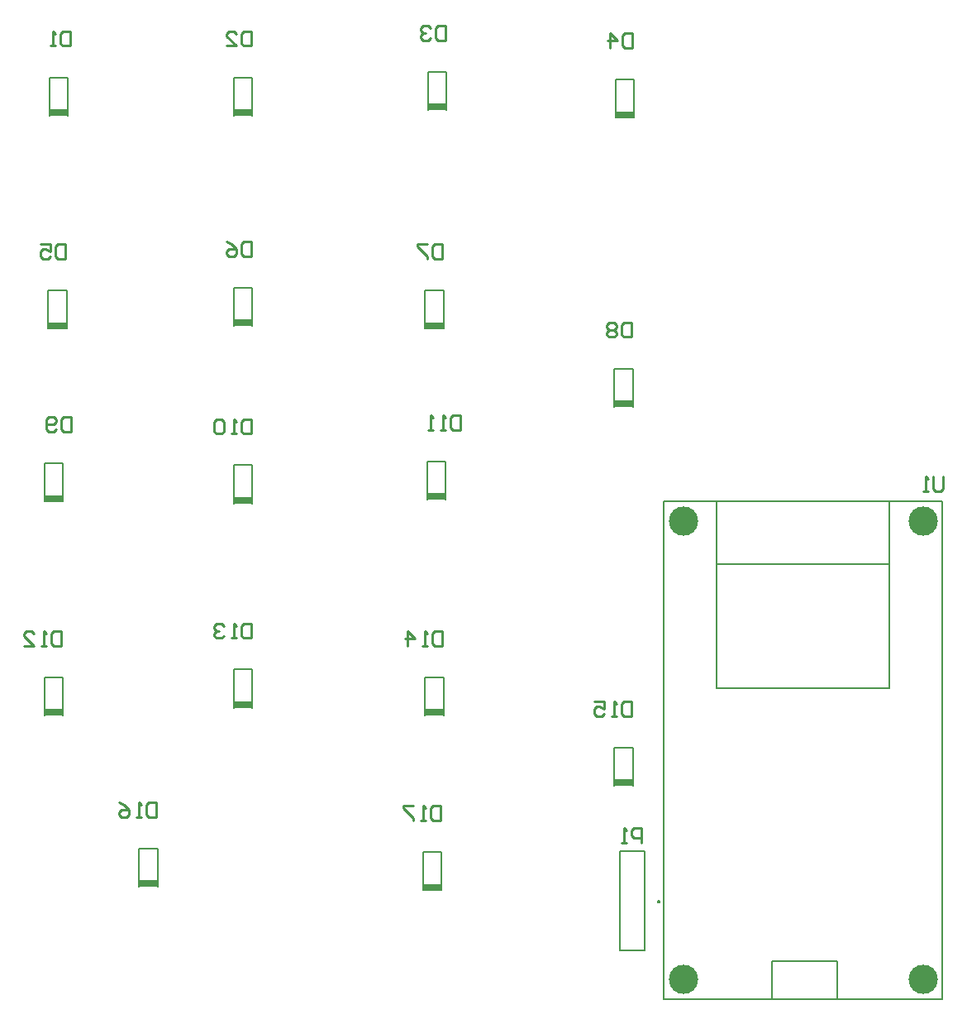
<source format=gbo>
%FSTAX23Y23*%
%MOIN*%
%SFA1B1*%

%IPPOS*%
%ADD12C,0.007874*%
%ADD15C,0.010000*%
%ADD40C,0.118110*%
%ADD41C,0.005000*%
%ADD42R,0.074803X0.031496*%
%ADD43R,0.074803X0.031496*%
%ADD44R,0.074803X0.031500*%
%LNpcb1-1*%
%LPD*%
G54D12*
X03505Y01164D02*
D01*
X03505Y01165*
X03505Y01165*
X03505Y01165*
X03505Y01165*
X03505Y01166*
X03505Y01166*
X03505Y01166*
X03505Y01166*
X03505Y01167*
X03504Y01167*
X03504Y01167*
X03504Y01167*
X03504Y01167*
X03504Y01168*
X03503Y01168*
X03503Y01168*
X03503Y01168*
X03503Y01168*
X03502Y01168*
X03502Y01168*
X03502Y01168*
X03502Y01168*
X03501*
X03501Y01168*
X03501Y01168*
X03501Y01168*
X035Y01168*
X035Y01168*
X035Y01168*
X035Y01168*
X03499Y01168*
X03499Y01167*
X03499Y01167*
X03499Y01167*
X03498Y01167*
X03498Y01167*
X03498Y01166*
X03498Y01166*
X03498Y01166*
X03498Y01166*
X03498Y01165*
X03498Y01165*
X03498Y01165*
X03498Y01165*
X03498Y01164*
X03498Y01164*
X03498Y01164*
X03498Y01163*
X03498Y01163*
X03498Y01163*
X03498Y01163*
X03498Y01162*
X03498Y01162*
X03498Y01162*
X03498Y01162*
X03499Y01162*
X03499Y01161*
X03499Y01161*
X03499Y01161*
X035Y01161*
X035Y01161*
X035Y01161*
X035Y01161*
X03501Y0116*
X03501Y0116*
X03501Y0116*
X03501Y0116*
X03502*
X03502Y0116*
X03502Y0116*
X03502Y0116*
X03503Y01161*
X03503Y01161*
X03503Y01161*
X03503Y01161*
X03504Y01161*
X03504Y01161*
X03504Y01161*
X03504Y01162*
X03504Y01162*
X03505Y01162*
X03505Y01162*
X03505Y01162*
X03505Y01163*
X03505Y01163*
X03505Y01163*
X03505Y01163*
X03505Y01164*
X03505Y01164*
X03505Y01164*
X02553Y01364D02*
X02627D01*
X02553Y0121D02*
Y01364D01*
X02627Y0121D02*
Y01364D01*
X02561Y02068D02*
X02635D01*
X02561Y01915D02*
Y02068D01*
X02635Y01915D02*
Y02068D01*
X03324Y01785D02*
X03399D01*
X03324Y01631D02*
Y01785D01*
X03399Y01631D02*
Y01785D01*
X03324Y03312D02*
X03399D01*
X03324Y03159D02*
Y03312D01*
X03399Y03159D02*
Y03312D01*
X03328Y04478D02*
X03403D01*
X03328Y04324D02*
Y04478D01*
X03403Y04324D02*
Y04478D01*
X02572Y04509D02*
X02647D01*
X02572Y04356D02*
Y04509D01*
X02647Y04356D02*
Y04509D01*
X01789Y04486D02*
X01864D01*
X01789Y04332D02*
Y04486D01*
X01864Y04332D02*
Y04486D01*
X01045D02*
X0112D01*
X01045Y04332D02*
Y04486D01*
X0112Y04332D02*
Y04486D01*
X02561Y03627D02*
X02635D01*
X02561Y03474D02*
Y03627D01*
X02635Y03474D02*
Y03627D01*
X01789Y03639D02*
X01864D01*
X01789Y03486D02*
Y03639D01*
X01864Y03486D02*
Y03639D01*
X01041Y03627D02*
X01116D01*
X01041Y03474D02*
Y03627D01*
X01116Y03474D02*
Y03627D01*
X01025Y02931D02*
X011D01*
X01025Y02777D02*
Y02931D01*
X011Y02777D02*
Y02931D01*
X01789Y02923D02*
X01864D01*
X01789Y02769D02*
Y02923D01*
X01864Y02769D02*
Y02923D01*
X02568Y02938D02*
X02643D01*
X02568Y02785D02*
Y02938D01*
X02643Y02785D02*
Y02938D01*
X01407Y01379D02*
X01482D01*
X01407Y01226D02*
Y01379D01*
X01482Y01226D02*
Y01379D01*
X01789Y021D02*
X01864D01*
X01789Y01946D02*
Y021D01*
X01864Y01946D02*
Y021D01*
X01025Y02068D02*
X011D01*
X01025Y01915D02*
Y02068D01*
X011Y01915D02*
Y02068D01*
X03347Y00968D02*
X03447D01*
Y01368*
X03347Y00968D02*
Y01368D01*
X03447*
G54D15*
X01132Y03117D02*
Y03058D01*
X01102*
X01092Y03067*
Y03107*
X01102Y03117*
X01132*
X01072Y03067D02*
X01062Y03058D01*
X01042*
X01032Y03067*
Y03107*
X01042Y03117*
X01062*
X01072Y03107*
Y03097*
X01062Y03087*
X01032*
X04648Y02878D02*
Y02828D01*
X04638Y02819*
X04618*
X04608Y02828*
Y02878*
X04588Y02819D02*
X04568D01*
X04578*
Y02878*
X04588Y02868*
X03434Y01402D02*
Y01462D01*
X03404*
X03394Y01452*
Y01432*
X03404Y01422*
X03434*
X03374Y01402D02*
X03354D01*
X03364*
Y01462*
X03374Y01452*
X02622Y0155D02*
Y01491D01*
X02592*
X02582Y015*
Y0154*
X02592Y0155*
X02622*
X02562Y01491D02*
X02542D01*
X02552*
Y0155*
X02562Y0154*
X02512Y0155D02*
X02472D01*
Y0154*
X02512Y015*
Y01491*
X01476Y01565D02*
Y01506D01*
X01446*
X01436Y01515*
Y01555*
X01446Y01565*
X01476*
X01416Y01506D02*
X01396D01*
X01406*
Y01565*
X01416Y01555*
X01326Y01565D02*
X01346Y01555D01*
X01366Y01535*
Y01515*
X01356Y01506*
X01336*
X01326Y01515*
Y01525*
X01336Y01535*
X01366*
X01094Y02254D02*
Y02195D01*
X01064*
X01054Y02204*
Y02244*
X01064Y02254*
X01094*
X01034Y02195D02*
X01014D01*
X01024*
Y02254*
X01034Y02244*
X00944Y02195D02*
X00984D01*
X00944Y02234*
Y02244*
X00954Y02254*
X00974*
X00984Y02244*
X03394Y01971D02*
Y01912D01*
X03364*
X03354Y01921*
Y01961*
X03364Y01971*
X03394*
X03334Y01912D02*
X03314D01*
X03324*
Y01971*
X03334Y01961*
X03244Y01971D02*
X03284D01*
Y01941*
X03264Y01951*
X03254*
X03244Y01941*
Y01921*
X03254Y01912*
X03274*
X03284Y01921*
X0263Y02254D02*
Y02195D01*
X026*
X0259Y02204*
Y02244*
X026Y02254*
X0263*
X0257Y02195D02*
X0255D01*
X0256*
Y02254*
X0257Y02244*
X0249Y02195D02*
Y02254D01*
X0252Y02224*
X0248*
X01858Y02286D02*
Y02227D01*
X01828*
X01818Y02236*
Y02276*
X01828Y02286*
X01858*
X01798Y02227D02*
X01778D01*
X01788*
Y02286*
X01798Y02276*
X01748D02*
X01738Y02286D01*
X01718*
X01708Y02276*
Y02266*
X01718Y02256*
X01728*
X01718*
X01708Y02246*
Y02236*
X01718Y02227*
X01738*
X01748Y02236*
X02704Y03125D02*
Y03065D01*
X02674*
X02664Y03075*
Y03115*
X02674Y03125*
X02704*
X02644Y03065D02*
X02624D01*
X02634*
Y03125*
X02644Y03115*
X02594Y03065D02*
X02574D01*
X02584*
Y03125*
X02594Y03115*
X01858Y03109D02*
Y0305D01*
X01828*
X01818Y03059*
Y03099*
X01828Y03109*
X01858*
X01798Y0305D02*
X01778D01*
X01788*
Y03109*
X01798Y03099*
X01748D02*
X01738Y03109D01*
X01718*
X01708Y03099*
Y03059*
X01718Y0305*
X01738*
X01748Y03059*
Y03099*
X0111Y03813D02*
Y03754D01*
X0108*
X0107Y03763*
Y03803*
X0108Y03813*
X0111*
X0101D02*
X0105D01*
Y03783*
X0103Y03793*
X0102*
X0101Y03783*
Y03763*
X0102Y03754*
X0104*
X0105Y03763*
X03394Y03499D02*
Y0344D01*
X03364*
X03354Y03449*
Y03489*
X03364Y03499*
X03394*
X03334Y03489D02*
X03324Y03499D01*
X03304*
X03294Y03489*
Y03479*
X03304Y03469*
X03294Y03459*
Y03449*
X03304Y0344*
X03324*
X03334Y03449*
Y03459*
X03324Y03469*
X03334Y03479*
Y03489*
X03324Y03469D02*
X03304D01*
X0263Y03813D02*
Y03754D01*
X026*
X0259Y03763*
Y03803*
X026Y03813*
X0263*
X0257D02*
X0253D01*
Y03803*
X0257Y03763*
Y03754*
X01858Y03825D02*
Y03766D01*
X01828*
X01818Y03775*
Y03815*
X01828Y03825*
X01858*
X01758D02*
X01778Y03815D01*
X01798Y03795*
Y03775*
X01788Y03766*
X01768*
X01758Y03775*
Y03785*
X01768Y03795*
X01798*
X03397Y04664D02*
Y04605D01*
X03367*
X03357Y04614*
Y04654*
X03367Y04664*
X03397*
X03307Y04605D02*
Y04664D01*
X03337Y04634*
X03297*
X02642Y04695D02*
Y04636D01*
X02612*
X02602Y04645*
Y04685*
X02612Y04695*
X02642*
X02582Y04685D02*
X02572Y04695D01*
X02552*
X02542Y04685*
Y04675*
X02552Y04665*
X02562*
X02552*
X02542Y04655*
Y04645*
X02552Y04636*
X02572*
X02582Y04645*
X01858Y04672D02*
Y04613D01*
X01828*
X01818Y04622*
Y04662*
X01828Y04672*
X01858*
X01758Y04613D02*
X01798D01*
X01758Y04652*
Y04662*
X01768Y04672*
X01788*
X01798Y04662*
X01131Y04672D02*
Y04613D01*
X01101*
X01091Y04622*
Y04662*
X01101Y04672*
X01131*
X01071Y04613D02*
X01051D01*
X01061*
Y04672*
X01071Y04662*
G54D40*
X03603Y00851D03*
X04568D03*
X03603Y02699D03*
X04568D03*
G54D41*
X0396Y00772D02*
X04224D01*
X0396D02*
Y00925D01*
X04224*
Y00772D02*
Y00925D01*
X0396Y00772D02*
X04224D01*
X03735Y02025D02*
X04432D01*
Y02523*
X03735Y02025D02*
Y02523D01*
X04432*
Y02778*
X03735Y02523D02*
Y02778D01*
X04432*
X04646*
X03735D02*
X04432D01*
X03524D02*
X03735D01*
X04646Y00772D02*
Y02778D01*
X03524Y00772D02*
Y02778D01*
X04224Y00772D02*
X04646D01*
X03524D02*
X0396D01*
X03524D02*
Y02778D01*
Y00772D02*
X04646D01*
X03524Y02778D02*
X04646D01*
Y00772D02*
Y02778D01*
G54D42*
X0259Y01222D03*
X03362Y03171D03*
X01826Y03498D03*
X02606Y02797D03*
X01062Y01927D03*
G54D43*
X02598Y01927D03*
X03362Y01643D03*
X03366Y04336D03*
X0261Y04368D03*
X01826Y04344D03*
X01082D03*
X02598Y03486D03*
X01078Y03486D03*
X01062Y02789D03*
X01826Y02781D03*
X01826Y01958D03*
G54D44*
X01444Y01238D03*
M02*
</source>
